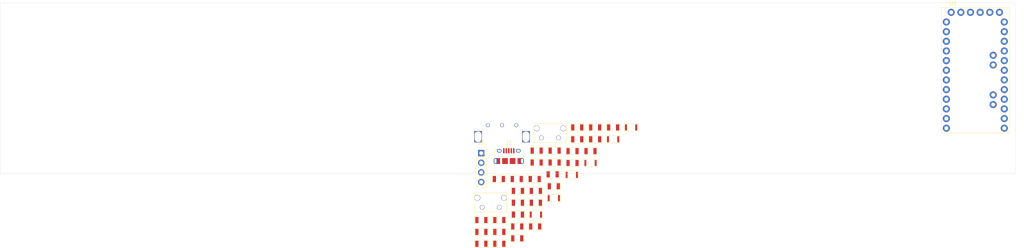
<source format=kicad_pcb>
(kicad_pcb (version 20171130) (host pcbnew "(5.1.10)-1")

  (general
    (thickness 1.6)
    (drawings 4)
    (tracks 0)
    (zones 0)
    (modules 43)
    (nets 44)
  )

  (page A4)
  (layers
    (0 F.Cu signal)
    (31 B.Cu signal)
    (32 B.Adhes user)
    (33 F.Adhes user)
    (34 B.Paste user)
    (35 F.Paste user)
    (36 B.SilkS user)
    (37 F.SilkS user)
    (38 B.Mask user)
    (39 F.Mask user)
    (40 Dwgs.User user)
    (41 Cmts.User user)
    (42 Eco1.User user)
    (43 Eco2.User user)
    (44 Edge.Cuts user)
    (45 Margin user)
    (46 B.CrtYd user)
    (47 F.CrtYd user)
    (48 B.Fab user)
    (49 F.Fab user)
  )

  (setup
    (last_trace_width 0.25)
    (trace_clearance 0.2)
    (zone_clearance 0.508)
    (zone_45_only no)
    (trace_min 0.2)
    (via_size 0.8)
    (via_drill 0.4)
    (via_min_size 0.4)
    (via_min_drill 0.3)
    (uvia_size 0.3)
    (uvia_drill 0.1)
    (uvias_allowed no)
    (uvia_min_size 0.2)
    (uvia_min_drill 0.1)
    (edge_width 0.05)
    (segment_width 0.2)
    (pcb_text_width 0.3)
    (pcb_text_size 1.5 1.5)
    (mod_edge_width 0.12)
    (mod_text_size 1 1)
    (mod_text_width 0.15)
    (pad_size 1.524 1.524)
    (pad_drill 0.762)
    (pad_to_mask_clearance 0)
    (aux_axis_origin 0 0)
    (visible_elements FFFFFF7F)
    (pcbplotparams
      (layerselection 0x010fc_ffffffff)
      (usegerberextensions false)
      (usegerberattributes true)
      (usegerberadvancedattributes true)
      (creategerberjobfile true)
      (excludeedgelayer true)
      (linewidth 0.100000)
      (plotframeref false)
      (viasonmask false)
      (mode 1)
      (useauxorigin false)
      (hpglpennumber 1)
      (hpglpenspeed 20)
      (hpglpendiameter 15.000000)
      (psnegative false)
      (psa4output false)
      (plotreference true)
      (plotvalue true)
      (plotinvisibletext false)
      (padsonsilk false)
      (subtractmaskfromsilk false)
      (outputformat 1)
      (mirror false)
      (drillshape 1)
      (scaleselection 1)
      (outputdirectory ""))
  )

  (net 0 "")
  (net 1 "Net-(D1-Pad2)")
  (net 2 "Net-(D1-Pad1)")
  (net 3 "Net-(D13-Pad1)")
  (net 4 "Net-(D15-Pad1)")
  (net 5 "Net-(D10-Pad2)")
  (net 6 "Net-(D11-Pad1)")
  (net 7 GND)
  (net 8 +5V)
  (net 9 "Net-(J1-Pad3)")
  (net 10 "Net-(J1-Pad4)")
  (net 11 "Net-(J2-Pad2)")
  (net 12 "Net-(J2-Pad3)")
  (net 13 "Net-(J2-Pad4)")
  (net 14 "Net-(J2-Pad6)")
  (net 15 "Net-(R1-Pad1)")
  (net 16 "Net-(R2-Pad1)")
  (net 17 "Net-(R3-Pad1)")
  (net 18 "Net-(R4-Pad1)")
  (net 19 "Net-(R5-Pad1)")
  (net 20 "Net-(R6-Pad1)")
  (net 21 "Net-(RV1-Pad2)")
  (net 22 "Net-(SW1-Pad1)")
  (net 23 "Net-(SW2-Pad1)")
  (net 24 "Net-(U1-PadJP7_12)")
  (net 25 "Net-(U1-PadJP7_11)")
  (net 26 "Net-(U1-PadJP7_10)")
  (net 27 "Net-(U1-PadJP7_9)")
  (net 28 "Net-(U1-PadJP7_8)")
  (net 29 "Net-(U1-PadJP7_6)")
  (net 30 "Net-(U1-PadJP7_3)")
  (net 31 "Net-(U1-PadJP7_2)")
  (net 32 "Net-(U1-PadJP6_7)")
  (net 33 "Net-(U1-PadJP6_6)")
  (net 34 "Net-(U1-PadJP6_5)")
  (net 35 "Net-(U1-PadJP6_4)")
  (net 36 "Net-(U1-PadJP6_3)")
  (net 37 "Net-(U1-PadJP6_2)")
  (net 38 "Net-(U1-PadJP6_1)")
  (net 39 "Net-(U1-PadJP3_1)")
  (net 40 "Net-(U1-PadJP3_2)")
  (net 41 "Net-(U1-PadJP1_3)")
  (net 42 "Net-(U1-PadJP1_2)")
  (net 43 "Net-(U1-PadJP1_1)")

  (net_class Default "This is the default net class."
    (clearance 0.2)
    (trace_width 0.25)
    (via_dia 0.8)
    (via_drill 0.4)
    (uvia_dia 0.3)
    (uvia_drill 0.1)
    (add_net +5V)
    (add_net GND)
    (add_net "Net-(D1-Pad1)")
    (add_net "Net-(D1-Pad2)")
    (add_net "Net-(D10-Pad2)")
    (add_net "Net-(D11-Pad1)")
    (add_net "Net-(D13-Pad1)")
    (add_net "Net-(D15-Pad1)")
    (add_net "Net-(J1-Pad3)")
    (add_net "Net-(J1-Pad4)")
    (add_net "Net-(J2-Pad2)")
    (add_net "Net-(J2-Pad3)")
    (add_net "Net-(J2-Pad4)")
    (add_net "Net-(J2-Pad6)")
    (add_net "Net-(R1-Pad1)")
    (add_net "Net-(R2-Pad1)")
    (add_net "Net-(R3-Pad1)")
    (add_net "Net-(R4-Pad1)")
    (add_net "Net-(R5-Pad1)")
    (add_net "Net-(R6-Pad1)")
    (add_net "Net-(RV1-Pad2)")
    (add_net "Net-(SW1-Pad1)")
    (add_net "Net-(SW2-Pad1)")
    (add_net "Net-(U1-PadJP1_1)")
    (add_net "Net-(U1-PadJP1_2)")
    (add_net "Net-(U1-PadJP1_3)")
    (add_net "Net-(U1-PadJP3_1)")
    (add_net "Net-(U1-PadJP3_2)")
    (add_net "Net-(U1-PadJP6_1)")
    (add_net "Net-(U1-PadJP6_2)")
    (add_net "Net-(U1-PadJP6_3)")
    (add_net "Net-(U1-PadJP6_4)")
    (add_net "Net-(U1-PadJP6_5)")
    (add_net "Net-(U1-PadJP6_6)")
    (add_net "Net-(U1-PadJP6_7)")
    (add_net "Net-(U1-PadJP7_10)")
    (add_net "Net-(U1-PadJP7_11)")
    (add_net "Net-(U1-PadJP7_12)")
    (add_net "Net-(U1-PadJP7_2)")
    (add_net "Net-(U1-PadJP7_3)")
    (add_net "Net-(U1-PadJP7_6)")
    (add_net "Net-(U1-PadJP7_8)")
    (add_net "Net-(U1-PadJP7_9)")
  )

  (module 3216LED:3216LED (layer F.Cu) (tedit 60F52029) (tstamp 60F5AE9B)
    (at 145.870001 38.930001)
    (path /60F2B069)
    (fp_text reference D1 (at 0 1.8) (layer F.SilkS) hide
      (effects (font (size 1 1) (thickness 0.1)))
    )
    (fp_text value LED (at 0 -1.8) (layer F.Fab)
      (effects (font (size 1 1) (thickness 0.1)))
    )
    (fp_line (start 1.8 1) (end -1.8 1) (layer F.SilkS) (width 0.12))
    (fp_line (start -1.8 1) (end -1.8 -1) (layer F.SilkS) (width 0.12))
    (fp_line (start -1.8 -1) (end 1.8 -1) (layer F.SilkS) (width 0.12))
    (fp_line (start 1.8 1) (end 1.8 -1) (layer F.SilkS) (width 0.12))
    (pad 2 smd rect (at 1.175 0) (size 0.85 1.6) (layers F.Cu F.Paste F.Mask)
      (net 1 "Net-(D1-Pad2)"))
    (pad 1 smd rect (at -1.175 0) (size 0.85 1.6) (layers F.Cu F.Paste F.Mask)
      (net 2 "Net-(D1-Pad1)"))
  )

  (module 3216LED:3216LED (layer F.Cu) (tedit 60F52029) (tstamp 60F5AEA5)
    (at 140.760001 58.870001)
    (path /60F2F19A)
    (fp_text reference D2 (at 0 1.8) (layer F.SilkS) hide
      (effects (font (size 1 1) (thickness 0.1)))
    )
    (fp_text value LED (at 0 -1.8) (layer F.Fab)
      (effects (font (size 1 1) (thickness 0.1)))
    )
    (fp_line (start 1.8 1) (end -1.8 1) (layer F.SilkS) (width 0.12))
    (fp_line (start -1.8 1) (end -1.8 -1) (layer F.SilkS) (width 0.12))
    (fp_line (start -1.8 -1) (end 1.8 -1) (layer F.SilkS) (width 0.12))
    (fp_line (start 1.8 1) (end 1.8 -1) (layer F.SilkS) (width 0.12))
    (pad 2 smd rect (at 1.175 0) (size 0.85 1.6) (layers F.Cu F.Paste F.Mask)
      (net 2 "Net-(D1-Pad1)"))
    (pad 1 smd rect (at -1.175 0) (size 0.85 1.6) (layers F.Cu F.Paste F.Mask)
      (net 1 "Net-(D1-Pad2)"))
  )

  (module 3216LED:3216LED (layer F.Cu) (tedit 60F52029) (tstamp 60F5AEAF)
    (at 131.320001 63.420001)
    (path /60F33F16)
    (fp_text reference D3 (at 0 1.8) (layer F.SilkS) hide
      (effects (font (size 1 1) (thickness 0.1)))
    )
    (fp_text value LED (at 0 -1.8) (layer F.Fab)
      (effects (font (size 1 1) (thickness 0.1)))
    )
    (fp_line (start 1.8 1) (end 1.8 -1) (layer F.SilkS) (width 0.12))
    (fp_line (start -1.8 -1) (end 1.8 -1) (layer F.SilkS) (width 0.12))
    (fp_line (start -1.8 1) (end -1.8 -1) (layer F.SilkS) (width 0.12))
    (fp_line (start 1.8 1) (end -1.8 1) (layer F.SilkS) (width 0.12))
    (pad 1 smd rect (at -1.175 0) (size 0.85 1.6) (layers F.Cu F.Paste F.Mask)
      (net 3 "Net-(D13-Pad1)"))
    (pad 2 smd rect (at 1.175 0) (size 0.85 1.6) (layers F.Cu F.Paste F.Mask)
      (net 1 "Net-(D1-Pad2)"))
  )

  (module 3216LED:3216LED (layer F.Cu) (tedit 60F52029) (tstamp 60F5AEB9)
    (at 131.200001 46.390001)
    (path /60F33F1C)
    (fp_text reference D4 (at 0 1.8) (layer F.SilkS) hide
      (effects (font (size 1 1) (thickness 0.1)))
    )
    (fp_text value LED (at 0 -1.8) (layer F.Fab)
      (effects (font (size 1 1) (thickness 0.1)))
    )
    (fp_line (start 1.8 1) (end -1.8 1) (layer F.SilkS) (width 0.12))
    (fp_line (start -1.8 1) (end -1.8 -1) (layer F.SilkS) (width 0.12))
    (fp_line (start -1.8 -1) (end 1.8 -1) (layer F.SilkS) (width 0.12))
    (fp_line (start 1.8 1) (end 1.8 -1) (layer F.SilkS) (width 0.12))
    (pad 2 smd rect (at 1.175 0) (size 0.85 1.6) (layers F.Cu F.Paste F.Mask)
      (net 3 "Net-(D13-Pad1)"))
    (pad 1 smd rect (at -1.175 0) (size 0.85 1.6) (layers F.Cu F.Paste F.Mask)
      (net 1 "Net-(D1-Pad2)"))
  )

  (module 3216LED:3216LED (layer F.Cu) (tedit 60F52029) (tstamp 60F5AEC3)
    (at 151.820001 32.810001)
    (path /60F3720A)
    (fp_text reference D5 (at 0 1.8) (layer F.SilkS) hide
      (effects (font (size 1 1) (thickness 0.1)))
    )
    (fp_text value LED (at 0 -1.8) (layer F.Fab)
      (effects (font (size 1 1) (thickness 0.1)))
    )
    (fp_line (start 1.8 1) (end 1.8 -1) (layer F.SilkS) (width 0.12))
    (fp_line (start -1.8 -1) (end 1.8 -1) (layer F.SilkS) (width 0.12))
    (fp_line (start -1.8 1) (end -1.8 -1) (layer F.SilkS) (width 0.12))
    (fp_line (start 1.8 1) (end -1.8 1) (layer F.SilkS) (width 0.12))
    (pad 1 smd rect (at -1.175 0) (size 0.85 1.6) (layers F.Cu F.Paste F.Mask)
      (net 3 "Net-(D13-Pad1)"))
    (pad 2 smd rect (at 1.175 0) (size 0.85 1.6) (layers F.Cu F.Paste F.Mask)
      (net 1 "Net-(D1-Pad2)"))
  )

  (module 3216LED:3216LED (layer F.Cu) (tedit 60F52029) (tstamp 60F5AECD)
    (at 141.150001 42.050001)
    (path /60F37210)
    (fp_text reference D6 (at 0 1.8) (layer F.SilkS) hide
      (effects (font (size 1 1) (thickness 0.1)))
    )
    (fp_text value LED (at 0 -1.8) (layer F.Fab)
      (effects (font (size 1 1) (thickness 0.1)))
    )
    (fp_line (start 1.8 1) (end -1.8 1) (layer F.SilkS) (width 0.12))
    (fp_line (start -1.8 1) (end -1.8 -1) (layer F.SilkS) (width 0.12))
    (fp_line (start -1.8 -1) (end 1.8 -1) (layer F.SilkS) (width 0.12))
    (fp_line (start 1.8 1) (end 1.8 -1) (layer F.SilkS) (width 0.12))
    (pad 2 smd rect (at 1.175 0) (size 0.85 1.6) (layers F.Cu F.Paste F.Mask)
      (net 3 "Net-(D13-Pad1)"))
    (pad 1 smd rect (at -1.175 0) (size 0.85 1.6) (layers F.Cu F.Paste F.Mask)
      (net 1 "Net-(D1-Pad2)"))
  )

  (module 3216LED:3216LED (layer F.Cu) (tedit 60F52029) (tstamp 60F5AED7)
    (at 135.920001 46.390001)
    (path /60F37216)
    (fp_text reference D7 (at 0 1.8) (layer F.SilkS) hide
      (effects (font (size 1 1) (thickness 0.1)))
    )
    (fp_text value LED (at 0 -1.8) (layer F.Fab)
      (effects (font (size 1 1) (thickness 0.1)))
    )
    (fp_line (start 1.8 1) (end 1.8 -1) (layer F.SilkS) (width 0.12))
    (fp_line (start -1.8 -1) (end 1.8 -1) (layer F.SilkS) (width 0.12))
    (fp_line (start -1.8 1) (end -1.8 -1) (layer F.SilkS) (width 0.12))
    (fp_line (start 1.8 1) (end -1.8 1) (layer F.SilkS) (width 0.12))
    (pad 1 smd rect (at -1.175 0) (size 0.85 1.6) (layers F.Cu F.Paste F.Mask)
      (net 4 "Net-(D15-Pad1)"))
    (pad 2 smd rect (at 1.175 0) (size 0.85 1.6) (layers F.Cu F.Paste F.Mask)
      (net 1 "Net-(D1-Pad2)"))
  )

  (module 3216LED:3216LED (layer F.Cu) (tedit 60F52029) (tstamp 60F5AEE1)
    (at 126.600001 57.180001)
    (path /60F3721C)
    (fp_text reference D8 (at 0 1.8) (layer F.SilkS) hide
      (effects (font (size 1 1) (thickness 0.1)))
    )
    (fp_text value LED (at 0 -1.8) (layer F.Fab)
      (effects (font (size 1 1) (thickness 0.1)))
    )
    (fp_line (start 1.8 1) (end -1.8 1) (layer F.SilkS) (width 0.12))
    (fp_line (start -1.8 1) (end -1.8 -1) (layer F.SilkS) (width 0.12))
    (fp_line (start -1.8 -1) (end 1.8 -1) (layer F.SilkS) (width 0.12))
    (fp_line (start 1.8 1) (end 1.8 -1) (layer F.SilkS) (width 0.12))
    (pad 2 smd rect (at 1.175 0) (size 0.85 1.6) (layers F.Cu F.Paste F.Mask)
      (net 4 "Net-(D15-Pad1)"))
    (pad 1 smd rect (at -1.175 0) (size 0.85 1.6) (layers F.Cu F.Paste F.Mask)
      (net 1 "Net-(D1-Pad2)"))
  )

  (module 3216LED:3216LED (layer F.Cu) (tedit 60F52029) (tstamp 60F5AEEB)
    (at 136.220001 49.510001)
    (path /60F41EFC)
    (fp_text reference D9 (at 0 1.8) (layer F.SilkS) hide
      (effects (font (size 1 1) (thickness 0.1)))
    )
    (fp_text value LED (at 0 -1.8) (layer F.Fab)
      (effects (font (size 1 1) (thickness 0.1)))
    )
    (fp_line (start 1.8 1) (end 1.8 -1) (layer F.SilkS) (width 0.12))
    (fp_line (start -1.8 -1) (end 1.8 -1) (layer F.SilkS) (width 0.12))
    (fp_line (start -1.8 1) (end -1.8 -1) (layer F.SilkS) (width 0.12))
    (fp_line (start 1.8 1) (end -1.8 1) (layer F.SilkS) (width 0.12))
    (pad 1 smd rect (at -1.175 0) (size 0.85 1.6) (layers F.Cu F.Paste F.Mask)
      (net 5 "Net-(D10-Pad2)"))
    (pad 2 smd rect (at 1.175 0) (size 0.85 1.6) (layers F.Cu F.Paste F.Mask)
      (net 1 "Net-(D1-Pad2)"))
  )

  (module 3216LED:3216LED (layer F.Cu) (tedit 60F52029) (tstamp 60F5AEF5)
    (at 126.600001 60.300001)
    (path /60F41F02)
    (fp_text reference D10 (at 0 1.8) (layer F.SilkS) hide
      (effects (font (size 1 1) (thickness 0.1)))
    )
    (fp_text value LED (at 0 -1.8) (layer F.Fab)
      (effects (font (size 1 1) (thickness 0.1)))
    )
    (fp_line (start 1.8 1) (end -1.8 1) (layer F.SilkS) (width 0.12))
    (fp_line (start -1.8 1) (end -1.8 -1) (layer F.SilkS) (width 0.12))
    (fp_line (start -1.8 -1) (end 1.8 -1) (layer F.SilkS) (width 0.12))
    (fp_line (start 1.8 1) (end 1.8 -1) (layer F.SilkS) (width 0.12))
    (pad 2 smd rect (at 1.175 0) (size 0.85 1.6) (layers F.Cu F.Paste F.Mask)
      (net 5 "Net-(D10-Pad2)"))
    (pad 1 smd rect (at -1.175 0) (size 0.85 1.6) (layers F.Cu F.Paste F.Mask)
      (net 1 "Net-(D1-Pad2)"))
  )

  (module 3216LED:3216LED (layer F.Cu) (tedit 60F52029) (tstamp 60F5AEFF)
    (at 140.640001 46.390001)
    (path /60F41F08)
    (fp_text reference D11 (at 0 1.8) (layer F.SilkS) hide
      (effects (font (size 1 1) (thickness 0.1)))
    )
    (fp_text value LED (at 0 -1.8) (layer F.Fab)
      (effects (font (size 1 1) (thickness 0.1)))
    )
    (fp_line (start 1.8 1) (end 1.8 -1) (layer F.SilkS) (width 0.12))
    (fp_line (start -1.8 -1) (end 1.8 -1) (layer F.SilkS) (width 0.12))
    (fp_line (start -1.8 1) (end -1.8 -1) (layer F.SilkS) (width 0.12))
    (fp_line (start 1.8 1) (end -1.8 1) (layer F.SilkS) (width 0.12))
    (pad 1 smd rect (at -1.175 0) (size 0.85 1.6) (layers F.Cu F.Paste F.Mask)
      (net 6 "Net-(D11-Pad1)"))
    (pad 2 smd rect (at 1.175 0) (size 0.85 1.6) (layers F.Cu F.Paste F.Mask)
      (net 2 "Net-(D1-Pad1)"))
  )

  (module 3216LED:3216LED (layer F.Cu) (tedit 60F52029) (tstamp 60F5AF09)
    (at 136.040001 61.990001)
    (path /60F41F0E)
    (fp_text reference D12 (at 0 1.8) (layer F.SilkS) hide
      (effects (font (size 1 1) (thickness 0.1)))
    )
    (fp_text value LED (at 0 -1.8) (layer F.Fab)
      (effects (font (size 1 1) (thickness 0.1)))
    )
    (fp_line (start 1.8 1) (end 1.8 -1) (layer F.SilkS) (width 0.12))
    (fp_line (start -1.8 -1) (end 1.8 -1) (layer F.SilkS) (width 0.12))
    (fp_line (start -1.8 1) (end -1.8 -1) (layer F.SilkS) (width 0.12))
    (fp_line (start 1.8 1) (end -1.8 1) (layer F.SilkS) (width 0.12))
    (pad 1 smd rect (at -1.175 0) (size 0.85 1.6) (layers F.Cu F.Paste F.Mask)
      (net 2 "Net-(D1-Pad1)"))
    (pad 2 smd rect (at 1.175 0) (size 0.85 1.6) (layers F.Cu F.Paste F.Mask)
      (net 6 "Net-(D11-Pad1)"))
  )

  (module 3216LED:3216LED (layer F.Cu) (tedit 60F52029) (tstamp 60F5AF13)
    (at 151.820001 35.930001)
    (path /60F41F14)
    (fp_text reference D13 (at 0 1.8) (layer F.SilkS) hide
      (effects (font (size 1 1) (thickness 0.1)))
    )
    (fp_text value LED (at 0 -1.8) (layer F.Fab)
      (effects (font (size 1 1) (thickness 0.1)))
    )
    (fp_line (start 1.8 1) (end 1.8 -1) (layer F.SilkS) (width 0.12))
    (fp_line (start -1.8 -1) (end 1.8 -1) (layer F.SilkS) (width 0.12))
    (fp_line (start -1.8 1) (end -1.8 -1) (layer F.SilkS) (width 0.12))
    (fp_line (start 1.8 1) (end -1.8 1) (layer F.SilkS) (width 0.12))
    (pad 1 smd rect (at -1.175 0) (size 0.85 1.6) (layers F.Cu F.Paste F.Mask)
      (net 3 "Net-(D13-Pad1)"))
    (pad 2 smd rect (at 1.175 0) (size 0.85 1.6) (layers F.Cu F.Paste F.Mask)
      (net 2 "Net-(D1-Pad1)"))
  )

  (module 3216LED:3216LED (layer F.Cu) (tedit 60F52029) (tstamp 60F5AF1D)
    (at 156.540001 32.810001)
    (path /60F41F1A)
    (fp_text reference D14 (at 0 1.8) (layer F.SilkS) hide
      (effects (font (size 1 1) (thickness 0.1)))
    )
    (fp_text value LED (at 0 -1.8) (layer F.Fab)
      (effects (font (size 1 1) (thickness 0.1)))
    )
    (fp_line (start 1.8 1) (end -1.8 1) (layer F.SilkS) (width 0.12))
    (fp_line (start -1.8 1) (end -1.8 -1) (layer F.SilkS) (width 0.12))
    (fp_line (start -1.8 -1) (end 1.8 -1) (layer F.SilkS) (width 0.12))
    (fp_line (start 1.8 1) (end 1.8 -1) (layer F.SilkS) (width 0.12))
    (pad 2 smd rect (at 1.175 0) (size 0.85 1.6) (layers F.Cu F.Paste F.Mask)
      (net 3 "Net-(D13-Pad1)"))
    (pad 1 smd rect (at -1.175 0) (size 0.85 1.6) (layers F.Cu F.Paste F.Mask)
      (net 2 "Net-(D1-Pad1)"))
  )

  (module 3216LED:3216LED (layer F.Cu) (tedit 60F52029) (tstamp 60F5AF27)
    (at 145.870001 42.050001)
    (path /60F41F20)
    (fp_text reference D15 (at 0 1.8) (layer F.SilkS) hide
      (effects (font (size 1 1) (thickness 0.1)))
    )
    (fp_text value LED (at 0 -1.8) (layer F.Fab)
      (effects (font (size 1 1) (thickness 0.1)))
    )
    (fp_line (start 1.8 1) (end 1.8 -1) (layer F.SilkS) (width 0.12))
    (fp_line (start -1.8 -1) (end 1.8 -1) (layer F.SilkS) (width 0.12))
    (fp_line (start -1.8 1) (end -1.8 -1) (layer F.SilkS) (width 0.12))
    (fp_line (start 1.8 1) (end -1.8 1) (layer F.SilkS) (width 0.12))
    (pad 1 smd rect (at -1.175 0) (size 0.85 1.6) (layers F.Cu F.Paste F.Mask)
      (net 4 "Net-(D15-Pad1)"))
    (pad 2 smd rect (at 1.175 0) (size 0.85 1.6) (layers F.Cu F.Paste F.Mask)
      (net 2 "Net-(D1-Pad1)"))
  )

  (module 3216LED:3216LED (layer F.Cu) (tedit 60F52029) (tstamp 60F5AF31)
    (at 136.220001 52.630001)
    (path /60F41F26)
    (fp_text reference D16 (at 0 1.8) (layer F.SilkS) hide
      (effects (font (size 1 1) (thickness 0.1)))
    )
    (fp_text value LED (at 0 -1.8) (layer F.Fab)
      (effects (font (size 1 1) (thickness 0.1)))
    )
    (fp_line (start 1.8 1) (end -1.8 1) (layer F.SilkS) (width 0.12))
    (fp_line (start -1.8 1) (end -1.8 -1) (layer F.SilkS) (width 0.12))
    (fp_line (start -1.8 -1) (end 1.8 -1) (layer F.SilkS) (width 0.12))
    (fp_line (start 1.8 1) (end 1.8 -1) (layer F.SilkS) (width 0.12))
    (pad 2 smd rect (at 1.175 0) (size 0.85 1.6) (layers F.Cu F.Paste F.Mask)
      (net 4 "Net-(D15-Pad1)"))
    (pad 1 smd rect (at -1.175 0) (size 0.85 1.6) (layers F.Cu F.Paste F.Mask)
      (net 2 "Net-(D1-Pad1)"))
  )

  (module 3216LED:3216LED (layer F.Cu) (tedit 60F52029) (tstamp 60F5AF3B)
    (at 131.320001 57.180001)
    (path /60F54C16)
    (fp_text reference D17 (at 0 1.8) (layer F.SilkS) hide
      (effects (font (size 1 1) (thickness 0.1)))
    )
    (fp_text value LED (at 0 -1.8) (layer F.Fab)
      (effects (font (size 1 1) (thickness 0.1)))
    )
    (fp_line (start 1.8 1) (end 1.8 -1) (layer F.SilkS) (width 0.12))
    (fp_line (start -1.8 -1) (end 1.8 -1) (layer F.SilkS) (width 0.12))
    (fp_line (start -1.8 1) (end -1.8 -1) (layer F.SilkS) (width 0.12))
    (fp_line (start 1.8 1) (end -1.8 1) (layer F.SilkS) (width 0.12))
    (pad 1 smd rect (at -1.175 0) (size 0.85 1.6) (layers F.Cu F.Paste F.Mask)
      (net 5 "Net-(D10-Pad2)"))
    (pad 2 smd rect (at 1.175 0) (size 0.85 1.6) (layers F.Cu F.Paste F.Mask)
      (net 2 "Net-(D1-Pad1)"))
  )

  (module 3216LED:3216LED (layer F.Cu) (tedit 60F52029) (tstamp 60F5AF45)
    (at 140.940001 49.510001)
    (path /60F54C1C)
    (fp_text reference D18 (at 0 1.8) (layer F.SilkS) hide
      (effects (font (size 1 1) (thickness 0.1)))
    )
    (fp_text value LED (at 0 -1.8) (layer F.Fab)
      (effects (font (size 1 1) (thickness 0.1)))
    )
    (fp_line (start 1.8 1) (end -1.8 1) (layer F.SilkS) (width 0.12))
    (fp_line (start -1.8 1) (end -1.8 -1) (layer F.SilkS) (width 0.12))
    (fp_line (start -1.8 -1) (end 1.8 -1) (layer F.SilkS) (width 0.12))
    (fp_line (start 1.8 1) (end 1.8 -1) (layer F.SilkS) (width 0.12))
    (pad 2 smd rect (at 1.175 0) (size 0.85 1.6) (layers F.Cu F.Paste F.Mask)
      (net 5 "Net-(D10-Pad2)"))
    (pad 1 smd rect (at -1.175 0) (size 0.85 1.6) (layers F.Cu F.Paste F.Mask)
      (net 2 "Net-(D1-Pad1)"))
  )

  (module 3216LED:3216LED (layer F.Cu) (tedit 60F52029) (tstamp 60F5AF4F)
    (at 126.600001 63.420001)
    (path /60F54C22)
    (fp_text reference D19 (at 0 1.8) (layer F.SilkS) hide
      (effects (font (size 1 1) (thickness 0.1)))
    )
    (fp_text value LED (at 0 -1.8) (layer F.Fab)
      (effects (font (size 1 1) (thickness 0.1)))
    )
    (fp_line (start 1.8 1) (end 1.8 -1) (layer F.SilkS) (width 0.12))
    (fp_line (start -1.8 -1) (end 1.8 -1) (layer F.SilkS) (width 0.12))
    (fp_line (start -1.8 1) (end -1.8 -1) (layer F.SilkS) (width 0.12))
    (fp_line (start 1.8 1) (end -1.8 1) (layer F.SilkS) (width 0.12))
    (pad 1 smd rect (at -1.175 0) (size 0.85 1.6) (layers F.Cu F.Paste F.Mask)
      (net 3 "Net-(D13-Pad1)"))
    (pad 2 smd rect (at 1.175 0) (size 0.85 1.6) (layers F.Cu F.Paste F.Mask)
      (net 3 "Net-(D13-Pad1)"))
  )

  (module 3216LED:3216LED (layer F.Cu) (tedit 60F52029) (tstamp 60F5AF59)
    (at 131.320001 60.300001)
    (path /60F54C28)
    (fp_text reference D20 (at 0 1.8) (layer F.SilkS) hide
      (effects (font (size 1 1) (thickness 0.1)))
    )
    (fp_text value LED (at 0 -1.8) (layer F.Fab)
      (effects (font (size 1 1) (thickness 0.1)))
    )
    (fp_line (start 1.8 1) (end -1.8 1) (layer F.SilkS) (width 0.12))
    (fp_line (start -1.8 1) (end -1.8 -1) (layer F.SilkS) (width 0.12))
    (fp_line (start -1.8 -1) (end 1.8 -1) (layer F.SilkS) (width 0.12))
    (fp_line (start 1.8 1) (end 1.8 -1) (layer F.SilkS) (width 0.12))
    (pad 2 smd rect (at 1.175 0) (size 0.85 1.6) (layers F.Cu F.Paste F.Mask)
      (net 3 "Net-(D13-Pad1)"))
    (pad 1 smd rect (at -1.175 0) (size 0.85 1.6) (layers F.Cu F.Paste F.Mask)
      (net 3 "Net-(D13-Pad1)"))
  )

  (module 3216LED:3216LED (layer F.Cu) (tedit 60F52029) (tstamp 60F5AF63)
    (at 141.150001 38.930001)
    (path /60F54C2E)
    (fp_text reference D21 (at 0 1.8) (layer F.SilkS) hide
      (effects (font (size 1 1) (thickness 0.1)))
    )
    (fp_text value LED (at 0 -1.8) (layer F.Fab)
      (effects (font (size 1 1) (thickness 0.1)))
    )
    (fp_line (start 1.8 1) (end 1.8 -1) (layer F.SilkS) (width 0.12))
    (fp_line (start -1.8 -1) (end 1.8 -1) (layer F.SilkS) (width 0.12))
    (fp_line (start -1.8 1) (end -1.8 -1) (layer F.SilkS) (width 0.12))
    (fp_line (start 1.8 1) (end -1.8 1) (layer F.SilkS) (width 0.12))
    (pad 1 smd rect (at -1.175 0) (size 0.85 1.6) (layers F.Cu F.Paste F.Mask)
      (net 4 "Net-(D15-Pad1)"))
    (pad 2 smd rect (at 1.175 0) (size 0.85 1.6) (layers F.Cu F.Paste F.Mask)
      (net 3 "Net-(D13-Pad1)"))
  )

  (module 3216LED:3216LED (layer F.Cu) (tedit 60F52029) (tstamp 60F5AF6D)
    (at 145.360001 45.170001)
    (path /60F54C34)
    (fp_text reference D22 (at 0 1.8) (layer F.SilkS) hide
      (effects (font (size 1 1) (thickness 0.1)))
    )
    (fp_text value LED (at 0 -1.8) (layer F.Fab)
      (effects (font (size 1 1) (thickness 0.1)))
    )
    (fp_line (start 1.8 1) (end 1.8 -1) (layer F.SilkS) (width 0.12))
    (fp_line (start -1.8 -1) (end 1.8 -1) (layer F.SilkS) (width 0.12))
    (fp_line (start -1.8 1) (end -1.8 -1) (layer F.SilkS) (width 0.12))
    (fp_line (start 1.8 1) (end -1.8 1) (layer F.SilkS) (width 0.12))
    (pad 1 smd rect (at -1.175 0) (size 0.85 1.6) (layers F.Cu F.Paste F.Mask)
      (net 3 "Net-(D13-Pad1)"))
    (pad 2 smd rect (at 1.175 0) (size 0.85 1.6) (layers F.Cu F.Paste F.Mask)
      (net 4 "Net-(D15-Pad1)"))
  )

  (module 3216LED:3216LED (layer F.Cu) (tedit 60F52029) (tstamp 60F5AF77)
    (at 150.590001 39.050001)
    (path /60F54C3A)
    (fp_text reference D23 (at 0 1.8) (layer F.SilkS) hide
      (effects (font (size 1 1) (thickness 0.1)))
    )
    (fp_text value LED (at 0 -1.8) (layer F.Fab)
      (effects (font (size 1 1) (thickness 0.1)))
    )
    (fp_line (start 1.8 1) (end -1.8 1) (layer F.SilkS) (width 0.12))
    (fp_line (start -1.8 1) (end -1.8 -1) (layer F.SilkS) (width 0.12))
    (fp_line (start -1.8 -1) (end 1.8 -1) (layer F.SilkS) (width 0.12))
    (fp_line (start 1.8 1) (end 1.8 -1) (layer F.SilkS) (width 0.12))
    (pad 2 smd rect (at 1.175 0) (size 0.85 1.6) (layers F.Cu F.Paste F.Mask)
      (net 3 "Net-(D13-Pad1)"))
    (pad 1 smd rect (at -1.175 0) (size 0.85 1.6) (layers F.Cu F.Paste F.Mask)
      (net 5 "Net-(D10-Pad2)"))
  )

  (module 3216LED:3216LED (layer F.Cu) (tedit 60F52029) (tstamp 60F5AF81)
    (at 156.540001 35.930001)
    (path /60F54C40)
    (fp_text reference D24 (at 0 1.8) (layer F.SilkS) hide
      (effects (font (size 1 1) (thickness 0.1)))
    )
    (fp_text value LED (at 0 -1.8) (layer F.Fab)
      (effects (font (size 1 1) (thickness 0.1)))
    )
    (fp_line (start 1.8 1) (end 1.8 -1) (layer F.SilkS) (width 0.12))
    (fp_line (start -1.8 -1) (end 1.8 -1) (layer F.SilkS) (width 0.12))
    (fp_line (start -1.8 1) (end -1.8 -1) (layer F.SilkS) (width 0.12))
    (fp_line (start 1.8 1) (end -1.8 1) (layer F.SilkS) (width 0.12))
    (pad 1 smd rect (at -1.175 0) (size 0.85 1.6) (layers F.Cu F.Paste F.Mask)
      (net 3 "Net-(D13-Pad1)"))
    (pad 2 smd rect (at 1.175 0) (size 0.85 1.6) (layers F.Cu F.Paste F.Mask)
      (net 5 "Net-(D10-Pad2)"))
  )

  (module 3216LED:3216LED (layer F.Cu) (tedit 60F52029) (tstamp 60F5AF8B)
    (at 136.220001 55.750001)
    (path /60F54C46)
    (fp_text reference D25 (at 0 1.8) (layer F.SilkS) hide
      (effects (font (size 1 1) (thickness 0.1)))
    )
    (fp_text value LED (at 0 -1.8) (layer F.Fab)
      (effects (font (size 1 1) (thickness 0.1)))
    )
    (fp_line (start 1.8 1) (end -1.8 1) (layer F.SilkS) (width 0.12))
    (fp_line (start -1.8 1) (end -1.8 -1) (layer F.SilkS) (width 0.12))
    (fp_line (start -1.8 -1) (end 1.8 -1) (layer F.SilkS) (width 0.12))
    (fp_line (start 1.8 1) (end 1.8 -1) (layer F.SilkS) (width 0.12))
    (pad 2 smd rect (at 1.175 0) (size 0.85 1.6) (layers F.Cu F.Paste F.Mask)
      (net 4 "Net-(D15-Pad1)"))
    (pad 1 smd rect (at -1.175 0) (size 0.85 1.6) (layers F.Cu F.Paste F.Mask)
      (net 3 "Net-(D13-Pad1)"))
  )

  (module 3216LED:3216LED (layer F.Cu) (tedit 60F52029) (tstamp 60F5AF95)
    (at 161.260001 32.810001)
    (path /60F54C4C)
    (fp_text reference D26 (at 0 1.8) (layer F.SilkS) hide
      (effects (font (size 1 1) (thickness 0.1)))
    )
    (fp_text value LED (at 0 -1.8) (layer F.Fab)
      (effects (font (size 1 1) (thickness 0.1)))
    )
    (fp_line (start 1.8 1) (end 1.8 -1) (layer F.SilkS) (width 0.12))
    (fp_line (start -1.8 -1) (end 1.8 -1) (layer F.SilkS) (width 0.12))
    (fp_line (start -1.8 1) (end -1.8 -1) (layer F.SilkS) (width 0.12))
    (fp_line (start 1.8 1) (end -1.8 1) (layer F.SilkS) (width 0.12))
    (pad 1 smd rect (at -1.175 0) (size 0.85 1.6) (layers F.Cu F.Paste F.Mask)
      (net 4 "Net-(D15-Pad1)"))
    (pad 2 smd rect (at 1.175 0) (size 0.85 1.6) (layers F.Cu F.Paste F.Mask)
      (net 3 "Net-(D13-Pad1)"))
  )

  (module 3216LED:3216LED (layer F.Cu) (tedit 60F52029) (tstamp 60F5AF9F)
    (at 150.590001 42.170001)
    (path /60F54C52)
    (fp_text reference D27 (at 0 1.8) (layer F.SilkS) hide
      (effects (font (size 1 1) (thickness 0.1)))
    )
    (fp_text value LED (at 0 -1.8) (layer F.Fab)
      (effects (font (size 1 1) (thickness 0.1)))
    )
    (fp_line (start 1.8 1) (end -1.8 1) (layer F.SilkS) (width 0.12))
    (fp_line (start -1.8 1) (end -1.8 -1) (layer F.SilkS) (width 0.12))
    (fp_line (start -1.8 -1) (end 1.8 -1) (layer F.SilkS) (width 0.12))
    (fp_line (start 1.8 1) (end 1.8 -1) (layer F.SilkS) (width 0.12))
    (pad 2 smd rect (at 1.175 0) (size 0.85 1.6) (layers F.Cu F.Paste F.Mask)
      (net 5 "Net-(D10-Pad2)"))
    (pad 1 smd rect (at -1.175 0) (size 0.85 1.6) (layers F.Cu F.Paste F.Mask)
      (net 3 "Net-(D13-Pad1)"))
  )

  (module 3216LED:3216LED (layer F.Cu) (tedit 60F52029) (tstamp 60F5AFA9)
    (at 140.940001 52.630001)
    (path /60F54C58)
    (fp_text reference D28 (at 0 1.8) (layer F.SilkS) hide
      (effects (font (size 1 1) (thickness 0.1)))
    )
    (fp_text value LED (at 0 -1.8) (layer F.Fab)
      (effects (font (size 1 1) (thickness 0.1)))
    )
    (fp_line (start 1.8 1) (end 1.8 -1) (layer F.SilkS) (width 0.12))
    (fp_line (start -1.8 -1) (end 1.8 -1) (layer F.SilkS) (width 0.12))
    (fp_line (start -1.8 1) (end -1.8 -1) (layer F.SilkS) (width 0.12))
    (fp_line (start 1.8 1) (end -1.8 1) (layer F.SilkS) (width 0.12))
    (pad 1 smd rect (at -1.175 0) (size 0.85 1.6) (layers F.Cu F.Paste F.Mask)
      (net 5 "Net-(D10-Pad2)"))
    (pad 2 smd rect (at 1.175 0) (size 0.85 1.6) (layers F.Cu F.Paste F.Mask)
      (net 3 "Net-(D13-Pad1)"))
  )

  (module 3216LED:3216LED (layer F.Cu) (tedit 60F52029) (tstamp 60F5AFB3)
    (at 145.660001 48.290001)
    (path /60F54C5E)
    (fp_text reference D29 (at 0 1.8) (layer F.SilkS) hide
      (effects (font (size 1 1) (thickness 0.1)))
    )
    (fp_text value LED (at 0 -1.8) (layer F.Fab)
      (effects (font (size 1 1) (thickness 0.1)))
    )
    (fp_line (start 1.8 1) (end -1.8 1) (layer F.SilkS) (width 0.12))
    (fp_line (start -1.8 1) (end -1.8 -1) (layer F.SilkS) (width 0.12))
    (fp_line (start -1.8 -1) (end 1.8 -1) (layer F.SilkS) (width 0.12))
    (fp_line (start 1.8 1) (end 1.8 -1) (layer F.SilkS) (width 0.12))
    (pad 2 smd rect (at 1.175 0) (size 0.85 1.6) (layers F.Cu F.Paste F.Mask)
      (net 5 "Net-(D10-Pad2)"))
    (pad 1 smd rect (at -1.175 0) (size 0.85 1.6) (layers F.Cu F.Paste F.Mask)
      (net 4 "Net-(D15-Pad1)"))
  )

  (module 3216LED:3216LED (layer F.Cu) (tedit 60F52029) (tstamp 60F5AFBD)
    (at 136.040001 58.870001)
    (path /60F54C64)
    (fp_text reference D30 (at 0 1.8) (layer F.SilkS) hide
      (effects (font (size 1 1) (thickness 0.1)))
    )
    (fp_text value LED (at 0 -1.8) (layer F.Fab)
      (effects (font (size 1 1) (thickness 0.1)))
    )
    (fp_line (start 1.8 1) (end 1.8 -1) (layer F.SilkS) (width 0.12))
    (fp_line (start -1.8 -1) (end 1.8 -1) (layer F.SilkS) (width 0.12))
    (fp_line (start -1.8 1) (end -1.8 -1) (layer F.SilkS) (width 0.12))
    (fp_line (start 1.8 1) (end -1.8 1) (layer F.SilkS) (width 0.12))
    (pad 1 smd rect (at -1.175 0) (size 0.85 1.6) (layers F.Cu F.Paste F.Mask)
      (net 5 "Net-(D10-Pad2)"))
    (pad 2 smd rect (at 1.175 0) (size 0.85 1.6) (layers F.Cu F.Paste F.Mask)
      (net 4 "Net-(D15-Pad1)"))
  )

  (module 3216LED:3216LED (layer F.Cu) (tedit 60F52029) (tstamp 60F5AFC7)
    (at 155.310001 39.050001)
    (path /60F54C6A)
    (fp_text reference D31 (at 0 1.8) (layer F.SilkS) hide
      (effects (font (size 1 1) (thickness 0.1)))
    )
    (fp_text value LED (at 0 -1.8) (layer F.Fab)
      (effects (font (size 1 1) (thickness 0.1)))
    )
    (fp_line (start 1.8 1) (end -1.8 1) (layer F.SilkS) (width 0.12))
    (fp_line (start -1.8 1) (end -1.8 -1) (layer F.SilkS) (width 0.12))
    (fp_line (start -1.8 -1) (end 1.8 -1) (layer F.SilkS) (width 0.12))
    (fp_line (start 1.8 1) (end 1.8 -1) (layer F.SilkS) (width 0.12))
    (pad 2 smd rect (at 1.175 0) (size 0.85 1.6) (layers F.Cu F.Paste F.Mask)
      (net 3 "Net-(D13-Pad1)"))
    (pad 1 smd rect (at -1.175 0) (size 0.85 1.6) (layers F.Cu F.Paste F.Mask)
      (net 7 GND))
  )

  (module Connector_PinSocket_2.54mm:PinSocket_1x04_P2.54mm_Vertical (layer F.Cu) (tedit 5A19A429) (tstamp 60F5AFDF)
    (at 126.565001 39.575001)
    (descr "Through hole straight socket strip, 1x04, 2.54mm pitch, single row (from Kicad 4.0.7), script generated")
    (tags "Through hole socket strip THT 1x04 2.54mm single row")
    (path /60F6E694)
    (fp_text reference J1 (at 0 -2.77) (layer F.SilkS)
      (effects (font (size 1 1) (thickness 0.15)))
    )
    (fp_text value RTCmodulePin (at 0 10.39) (layer F.Fab)
      (effects (font (size 1 1) (thickness 0.15)))
    )
    (fp_line (start -1.8 9.4) (end -1.8 -1.8) (layer F.CrtYd) (width 0.05))
    (fp_line (start 1.75 9.4) (end -1.8 9.4) (layer F.CrtYd) (width 0.05))
    (fp_line (start 1.75 -1.8) (end 1.75 9.4) (layer F.CrtYd) (width 0.05))
    (fp_line (start -1.8 -1.8) (end 1.75 -1.8) (layer F.CrtYd) (width 0.05))
    (fp_line (start 0 -1.33) (end 1.33 -1.33) (layer F.SilkS) (width 0.12))
    (fp_line (start 1.33 -1.33) (end 1.33 0) (layer F.SilkS) (width 0.12))
    (fp_line (start 1.33 1.27) (end 1.33 8.95) (layer F.SilkS) (width 0.12))
    (fp_line (start -1.33 8.95) (end 1.33 8.95) (layer F.SilkS) (width 0.12))
    (fp_line (start -1.33 1.27) (end -1.33 8.95) (layer F.SilkS) (width 0.12))
    (fp_line (start -1.33 1.27) (end 1.33 1.27) (layer F.SilkS) (width 0.12))
    (fp_line (start -1.27 8.89) (end -1.27 -1.27) (layer F.Fab) (width 0.1))
    (fp_line (start 1.27 8.89) (end -1.27 8.89) (layer F.Fab) (width 0.1))
    (fp_line (start 1.27 -0.635) (end 1.27 8.89) (layer F.Fab) (width 0.1))
    (fp_line (start 0.635 -1.27) (end 1.27 -0.635) (layer F.Fab) (width 0.1))
    (fp_line (start -1.27 -1.27) (end 0.635 -1.27) (layer F.Fab) (width 0.1))
    (fp_text user %R (at 0 3.81 90) (layer F.Fab)
      (effects (font (size 1 1) (thickness 0.15)))
    )
    (pad 1 thru_hole rect (at 0 0) (size 1.7 1.7) (drill 1) (layers *.Cu *.Mask)
      (net 7 GND))
    (pad 2 thru_hole oval (at 0 2.54) (size 1.7 1.7) (drill 1) (layers *.Cu *.Mask)
      (net 8 +5V))
    (pad 3 thru_hole oval (at 0 5.08) (size 1.7 1.7) (drill 1) (layers *.Cu *.Mask)
      (net 9 "Net-(J1-Pad3)"))
    (pad 4 thru_hole oval (at 0 7.62) (size 1.7 1.7) (drill 1) (layers *.Cu *.Mask)
      (net 10 "Net-(J1-Pad4)"))
    (model ${KISYS3DMOD}/Connector_PinSocket_2.54mm.3dshapes/PinSocket_1x04_P2.54mm_Vertical.wrl
      (at (xyz 0 0 0))
      (scale (xyz 1 1 1))
      (rotate (xyz 0 0 0))
    )
  )

  (module Connector_USB:USB_Micro-B_Amphenol_10118194_Horizontal (layer F.Cu) (tedit 5F2142B6) (tstamp 60F5B008)
    (at 133.815001 40.355001)
    (descr "USB Micro-B receptacle, horizontal, SMD, 10118194, https://cdn.amphenol-icc.com/media/wysiwyg/files/drawing/10118194.pdf")
    (tags "USB Micro B horizontal SMD")
    (path /60F74C5A)
    (attr smd)
    (fp_text reference J2 (at 0 -3.5) (layer F.SilkS)
      (effects (font (size 1 1) (thickness 0.15)))
    )
    (fp_text value USB_B_Micro (at 0 4.75) (layer F.Fab)
      (effects (font (size 1 1) (thickness 0.15)))
    )
    (fp_line (start -2.65 -1.55) (end 3.65 -1.55) (layer F.Fab) (width 0.1))
    (fp_line (start 3.65 -1.55) (end 3.65 3.45) (layer F.Fab) (width 0.1))
    (fp_line (start 3.65 3.45) (end -3.65 3.45) (layer F.Fab) (width 0.1))
    (fp_line (start -3.65 3.45) (end -3.65 -0.55) (layer F.Fab) (width 0.1))
    (fp_line (start 3.76 0.32) (end 3.76 -1.66) (layer F.SilkS) (width 0.12))
    (fp_line (start 3.76 -1.66) (end 3.34 -1.66) (layer F.SilkS) (width 0.12))
    (fp_line (start 3.76 2.29) (end 3.76 2.69) (layer F.SilkS) (width 0.12))
    (fp_line (start -3.76 2.69) (end -3.76 2.29) (layer F.SilkS) (width 0.12))
    (fp_line (start -3.76 0.32) (end -3.76 -1.66) (layer F.SilkS) (width 0.12))
    (fp_line (start -3.76 -1.66) (end -3.34 -1.66) (layer F.SilkS) (width 0.12))
    (fp_line (start 3 2.75) (end -3 2.75) (layer Dwgs.User) (width 0.1))
    (fp_line (start -4.45 3.95) (end 4.45 3.95) (layer F.CrtYd) (width 0.05))
    (fp_line (start -4.45 -2.58) (end 4.45 -2.58) (layer F.CrtYd) (width 0.05))
    (fp_line (start -4.45 -2.58) (end -4.45 3.95) (layer F.CrtYd) (width 0.05))
    (fp_line (start 4.45 -2.58) (end 4.45 3.95) (layer F.CrtYd) (width 0.05))
    (fp_line (start -1.31 -2.34) (end -1.76 -2.34) (layer F.SilkS) (width 0.12))
    (fp_line (start -1.76 -1.89) (end -1.76 -2.34) (layer F.SilkS) (width 0.12))
    (fp_line (start -3.65 -0.55) (end -2.65 -1.55) (layer F.Fab) (width 0.1))
    (fp_text user %R (at 0 -0.05) (layer F.Fab)
      (effects (font (size 1 1) (thickness 0.15)))
    )
    (fp_text user "PCB Edge" (at 0 2.75) (layer Dwgs.User)
      (effects (font (size 0.5 0.5) (thickness 0.08)))
    )
    (pad 1 smd rect (at -1.3 -1.4) (size 0.4 1.35) (layers F.Cu F.Paste F.Mask)
      (net 8 +5V))
    (pad 2 smd rect (at -0.65 -1.4) (size 0.4 1.35) (layers F.Cu F.Paste F.Mask)
      (net 11 "Net-(J2-Pad2)"))
    (pad 3 smd rect (at 0 -1.4) (size 0.4 1.35) (layers F.Cu F.Paste F.Mask)
      (net 12 "Net-(J2-Pad3)"))
    (pad 4 smd rect (at 0.65 -1.4) (size 0.4 1.35) (layers F.Cu F.Paste F.Mask)
      (net 13 "Net-(J2-Pad4)"))
    (pad 5 smd rect (at 1.3 -1.4) (size 0.4 1.35) (layers F.Cu F.Paste F.Mask)
      (net 7 GND))
    (pad 6 thru_hole oval (at -2.5 -1.4) (size 1.25 0.95) (drill oval 0.85 0.55) (layers *.Cu *.Mask)
      (net 14 "Net-(J2-Pad6)"))
    (pad "" smd oval (at -3.5 1.3) (size 0.89 1.55) (layers F.Paste))
    (pad 6 thru_hole oval (at 2.5 -1.4) (size 1.25 0.95) (drill oval 0.85 0.55) (layers *.Cu *.Mask)
      (net 14 "Net-(J2-Pad6)"))
    (pad 6 smd rect (at -1 1.3) (size 1.5 1.55) (layers F.Cu F.Paste F.Mask)
      (net 14 "Net-(J2-Pad6)"))
    (pad 6 smd rect (at 1 1.3) (size 1.5 1.55) (layers F.Cu F.Paste F.Mask)
      (net 14 "Net-(J2-Pad6)"))
    (pad "" smd oval (at 3.5 1.3) (size 0.89 1.55) (layers F.Paste))
    (pad 6 smd rect (at -2.9 1.3) (size 1.2 1.55) (layers F.Cu F.Paste F.Mask)
      (net 14 "Net-(J2-Pad6)"))
    (pad 6 smd rect (at 2.9 1.3) (size 1.2 1.55) (layers F.Cu F.Paste F.Mask)
      (net 14 "Net-(J2-Pad6)"))
    (pad 6 thru_hole oval (at -3.5 1.3) (size 0.89 1.55) (drill oval 0.5 1.15) (layers *.Cu *.Mask)
      (net 14 "Net-(J2-Pad6)"))
    (pad 6 thru_hole oval (at 3.5 1.3) (size 0.89 1.55) (drill oval 0.5 1.15) (layers *.Cu *.Mask)
      (net 14 "Net-(J2-Pad6)"))
    (pad "" smd oval (at -2.5 -1.4) (size 1.25 0.95) (layers F.Paste))
    (pad "" smd oval (at 2.5 -1.4) (size 1.25 0.95) (layers F.Paste))
    (model ${KISYS3DMOD}/Connector_USB.3dshapes/USB_Micro-B_Amphenol_10118194_Horizontal.wrl
      (at (xyz 0 0 0))
      (scale (xyz 1 1 1))
      (rotate (xyz 0 0 0))
    )
  )

  (module 3216LED:3216R (layer F.Cu) (tedit 60F522D7) (tstamp 60F5B012)
    (at 150.380001 45.290001)
    (path /60F5C2D6)
    (fp_text reference R1 (at 0 1.8) (layer F.SilkS) hide
      (effects (font (size 1 1) (thickness 0.1)))
    )
    (fp_text value 110 (at 0 -1.8) (layer F.Fab)
      (effects (font (size 1 1) (thickness 0.1)))
    )
    (fp_line (start 1.8 -1) (end -1.8 -1) (layer F.SilkS) (width 0.12))
    (fp_line (start 1.8 1) (end 1.8 -1) (layer F.SilkS) (width 0.12))
    (fp_line (start -1.8 1) (end 1.8 1) (layer F.SilkS) (width 0.12))
    (fp_line (start -1.8 -1) (end -1.8 1) (layer F.SilkS) (width 0.12))
    (pad 1 smd rect (at -1.35 0) (size 0.5 1.6) (layers F.Cu F.Paste F.Mask)
      (net 15 "Net-(R1-Pad1)"))
    (pad 2 smd rect (at 1.35 0) (size 0.5 1.6) (layers F.Cu F.Paste F.Mask)
      (net 5 "Net-(D10-Pad2)"))
  )

  (module 3216LED:3216R (layer F.Cu) (tedit 60F522D7) (tstamp 60F5B01C)
    (at 161.260001 35.930001)
    (path /60F5C39A)
    (fp_text reference R2 (at 0 1.8) (layer F.SilkS) hide
      (effects (font (size 1 1) (thickness 0.1)))
    )
    (fp_text value 110 (at 0 -1.8) (layer F.Fab)
      (effects (font (size 1 1) (thickness 0.1)))
    )
    (fp_line (start -1.8 -1) (end -1.8 1) (layer F.SilkS) (width 0.12))
    (fp_line (start -1.8 1) (end 1.8 1) (layer F.SilkS) (width 0.12))
    (fp_line (start 1.8 1) (end 1.8 -1) (layer F.SilkS) (width 0.12))
    (fp_line (start 1.8 -1) (end -1.8 -1) (layer F.SilkS) (width 0.12))
    (pad 2 smd rect (at 1.35 0) (size 0.5 1.6) (layers F.Cu F.Paste F.Mask)
      (net 4 "Net-(D15-Pad1)"))
    (pad 1 smd rect (at -1.35 0) (size 0.5 1.6) (layers F.Cu F.Paste F.Mask)
      (net 16 "Net-(R2-Pad1)"))
  )

  (module 3216LED:3216R (layer F.Cu) (tedit 60F522D7) (tstamp 60F5B026)
    (at 145.660001 51.410001)
    (path /60F5B8DC)
    (fp_text reference R3 (at 0 1.8) (layer F.SilkS) hide
      (effects (font (size 1 1) (thickness 0.1)))
    )
    (fp_text value 110 (at 0 -1.8) (layer F.Fab)
      (effects (font (size 1 1) (thickness 0.1)))
    )
    (fp_line (start 1.8 -1) (end -1.8 -1) (layer F.SilkS) (width 0.12))
    (fp_line (start 1.8 1) (end 1.8 -1) (layer F.SilkS) (width 0.12))
    (fp_line (start -1.8 1) (end 1.8 1) (layer F.SilkS) (width 0.12))
    (fp_line (start -1.8 -1) (end -1.8 1) (layer F.SilkS) (width 0.12))
    (pad 1 smd rect (at -1.35 0) (size 0.5 1.6) (layers F.Cu F.Paste F.Mask)
      (net 17 "Net-(R3-Pad1)"))
    (pad 2 smd rect (at 1.35 0) (size 0.5 1.6) (layers F.Cu F.Paste F.Mask)
      (net 3 "Net-(D13-Pad1)"))
  )

  (module 3216LED:3216R (layer F.Cu) (tedit 60F522D7) (tstamp 60F5B030)
    (at 140.940001 55.750001)
    (path /60F59671)
    (fp_text reference R4 (at 0 1.8) (layer F.SilkS) hide
      (effects (font (size 1 1) (thickness 0.1)))
    )
    (fp_text value 110 (at 0 -1.8) (layer F.Fab)
      (effects (font (size 1 1) (thickness 0.1)))
    )
    (fp_line (start -1.8 -1) (end -1.8 1) (layer F.SilkS) (width 0.12))
    (fp_line (start -1.8 1) (end 1.8 1) (layer F.SilkS) (width 0.12))
    (fp_line (start 1.8 1) (end 1.8 -1) (layer F.SilkS) (width 0.12))
    (fp_line (start 1.8 -1) (end -1.8 -1) (layer F.SilkS) (width 0.12))
    (pad 2 smd rect (at 1.35 0) (size 0.5 1.6) (layers F.Cu F.Paste F.Mask)
      (net 3 "Net-(D13-Pad1)"))
    (pad 1 smd rect (at -1.35 0) (size 0.5 1.6) (layers F.Cu F.Paste F.Mask)
      (net 18 "Net-(R4-Pad1)"))
  )

  (module 3216LED:3216R (layer F.Cu) (tedit 60F522D7) (tstamp 60F5B03A)
    (at 165.980001 32.810001)
    (path /60F5BCC4)
    (fp_text reference R5 (at 0 1.8) (layer F.SilkS) hide
      (effects (font (size 1 1) (thickness 0.1)))
    )
    (fp_text value 110 (at 0 -1.8) (layer F.Fab)
      (effects (font (size 1 1) (thickness 0.1)))
    )
    (fp_line (start 1.8 -1) (end -1.8 -1) (layer F.SilkS) (width 0.12))
    (fp_line (start 1.8 1) (end 1.8 -1) (layer F.SilkS) (width 0.12))
    (fp_line (start -1.8 1) (end 1.8 1) (layer F.SilkS) (width 0.12))
    (fp_line (start -1.8 -1) (end -1.8 1) (layer F.SilkS) (width 0.12))
    (pad 1 smd rect (at -1.35 0) (size 0.5 1.6) (layers F.Cu F.Paste F.Mask)
      (net 19 "Net-(R5-Pad1)"))
    (pad 2 smd rect (at 1.35 0) (size 0.5 1.6) (layers F.Cu F.Paste F.Mask)
      (net 2 "Net-(D1-Pad1)"))
  )

  (module 3216LED:3216R (layer F.Cu) (tedit 60F522D7) (tstamp 60F5B044)
    (at 155.310001 42.170001)
    (path /60F5C1FE)
    (fp_text reference R6 (at 0 1.8) (layer F.SilkS) hide
      (effects (font (size 1 1) (thickness 0.1)))
    )
    (fp_text value 110 (at 0 -1.8) (layer F.Fab)
      (effects (font (size 1 1) (thickness 0.1)))
    )
    (fp_line (start -1.8 -1) (end -1.8 1) (layer F.SilkS) (width 0.12))
    (fp_line (start -1.8 1) (end 1.8 1) (layer F.SilkS) (width 0.12))
    (fp_line (start 1.8 1) (end 1.8 -1) (layer F.SilkS) (width 0.12))
    (fp_line (start 1.8 -1) (end -1.8 -1) (layer F.SilkS) (width 0.12))
    (pad 2 smd rect (at 1.35 0) (size 0.5 1.6) (layers F.Cu F.Paste F.Mask)
      (net 1 "Net-(D1-Pad2)"))
    (pad 1 smd rect (at -1.35 0) (size 0.5 1.6) (layers F.Cu F.Paste F.Mask)
      (net 20 "Net-(R6-Pad1)"))
  )

  (module 3216LED:POT_BRIGHT (layer F.Cu) (tedit 60F5549A) (tstamp 60F5B04D)
    (at 132.04 32.25)
    (path /60F937D4)
    (fp_text reference RV1 (at 0 4) (layer F.SilkS) hide
      (effects (font (size 1 1) (thickness 0.15)))
    )
    (fp_text value POT_BRIGHT (at 0 2) (layer F.Fab)
      (effects (font (size 1 1) (thickness 0.15)))
    )
    (pad 1 thru_hole circle (at -3.75 0) (size 1 1) (drill 0.8) (layers *.Cu *.Mask)
      (net 8 +5V))
    (pad 2 thru_hole circle (at 0 0) (size 1 1) (drill 0.8) (layers *.Cu *.Mask)
      (net 21 "Net-(RV1-Pad2)"))
    (pad 3 thru_hole circle (at 3.75 0) (size 1 1) (drill 0.8) (layers *.Cu *.Mask)
      (net 7 GND))
    (pad "" thru_hole rect (at -6.3 3) (size 2 3) (drill oval 1.8 2.8) (layers *.Cu *.Mask))
    (pad "" thru_hole rect (at 6.3 3) (size 2 3) (drill oval 1.8 2.8) (layers *.Cu *.Mask))
  )

  (module 3216LED:KLT_SW (layer F.Cu) (tedit 60F53AC6) (tstamp 60F5B059)
    (at 129.050001 52.560001)
    (path /60F7C6A4)
    (fp_text reference SW1 (at 0 1.27) (layer F.SilkS) hide
      (effects (font (size 1 1) (thickness 0.15)))
    )
    (fp_text value SW_MIN (at 0 -1.27) (layer F.Fab)
      (effects (font (size 1 1) (thickness 0.15)))
    )
    (fp_line (start -4.25 -2.5) (end 4.25 -2.5) (layer F.SilkS) (width 0.12))
    (fp_line (start 4.25 -2.5) (end 4.25 2.5) (layer F.SilkS) (width 0.12))
    (fp_line (start 4.25 2.5) (end -4.25 2.5) (layer F.SilkS) (width 0.12))
    (fp_line (start -4.25 2.5) (end -4.25 -2.5) (layer F.SilkS) (width 0.12))
    (pad "" thru_hole circle (at 3.5 -1.25) (size 1.5 1.5) (drill 1.35) (layers *.Cu *.Mask))
    (pad "" thru_hole circle (at -3.5 -1.25) (size 1.5 1.5) (drill 1.35) (layers *.Cu *.Mask))
    (pad 2 thru_hole circle (at 2.25 1.25) (size 1.2 1.2) (drill 1.05) (layers *.Cu *.Mask)
      (net 7 GND))
    (pad 1 thru_hole circle (at -2.25 1.25) (size 1.2 1.2) (drill 1.05) (layers *.Cu *.Mask)
      (net 22 "Net-(SW1-Pad1)"))
  )

  (module 3216LED:KLT_SW (layer F.Cu) (tedit 60F53AC6) (tstamp 60F5B065)
    (at 144.650001 34.310001)
    (path /60F7F701)
    (fp_text reference SW2 (at 0 1.27) (layer F.SilkS) hide
      (effects (font (size 1 1) (thickness 0.15)))
    )
    (fp_text value SW_HOUR (at 0 -1.27) (layer F.Fab)
      (effects (font (size 1 1) (thickness 0.15)))
    )
    (fp_line (start -4.25 2.5) (end -4.25 -2.5) (layer F.SilkS) (width 0.12))
    (fp_line (start 4.25 2.5) (end -4.25 2.5) (layer F.SilkS) (width 0.12))
    (fp_line (start 4.25 -2.5) (end 4.25 2.5) (layer F.SilkS) (width 0.12))
    (fp_line (start -4.25 -2.5) (end 4.25 -2.5) (layer F.SilkS) (width 0.12))
    (pad 1 thru_hole circle (at -2.25 1.25) (size 1.2 1.2) (drill 1.05) (layers *.Cu *.Mask)
      (net 23 "Net-(SW2-Pad1)"))
    (pad 2 thru_hole circle (at 2.25 1.25) (size 1.2 1.2) (drill 1.05) (layers *.Cu *.Mask)
      (net 7 GND))
    (pad "" thru_hole circle (at -3.5 -1.25) (size 1.5 1.5) (drill 1.35) (layers *.Cu *.Mask))
    (pad "" thru_hole circle (at 3.5 -1.25) (size 1.5 1.5) (drill 1.35) (layers *.Cu *.Mask))
  )

  (module 3216LED:MODULE_ARDUINO_PRO_MINI (layer F.Cu) (tedit 60F2AFE2) (tstamp 60F5B097)
    (at 256.54 17.78)
    (path /60F56053)
    (fp_text reference U1 (at -5.825 -17.635) (layer F.SilkS)
      (effects (font (size 1 1) (thickness 0.15)))
    )
    (fp_text value ARDUINO_PRO_MINI (at 5.605 17.865) (layer F.Fab)
      (effects (font (size 1 1) (thickness 0.15)))
    )
    (fp_line (start -9.14 16.76) (end -9.14 -16.76) (layer F.CrtYd) (width 0.05))
    (fp_line (start 9.14 16.76) (end -9.14 16.76) (layer F.CrtYd) (width 0.05))
    (fp_line (start 9.14 -16.76) (end 9.14 16.76) (layer F.CrtYd) (width 0.05))
    (fp_line (start -9.14 -16.76) (end 9.14 -16.76) (layer F.CrtYd) (width 0.05))
    (fp_line (start 8.89 -16.51) (end -8.89 -16.51) (layer F.Fab) (width 0.127))
    (fp_line (start 8.89 16.51) (end 8.89 -16.51) (layer F.Fab) (width 0.127))
    (fp_line (start -8.89 16.51) (end 8.89 16.51) (layer F.Fab) (width 0.127))
    (fp_line (start -8.89 -16.51) (end -8.89 16.51) (layer F.Fab) (width 0.127))
    (fp_line (start 8.89 -16.51) (end -8.89 -16.51) (layer F.SilkS) (width 0.127))
    (fp_line (start 8.89 16.51) (end 8.89 -16.51) (layer F.SilkS) (width 0.127))
    (fp_line (start -8.89 16.51) (end 8.89 16.51) (layer F.SilkS) (width 0.127))
    (fp_line (start -8.89 -16.51) (end -8.89 16.51) (layer F.SilkS) (width 0.127))
    (pad JP7_12 thru_hole circle (at -7.62 -12.7) (size 1.8796 1.8796) (drill 1.016) (layers *.Cu *.Mask)
      (net 24 "Net-(U1-PadJP7_12)"))
    (pad JP7_11 thru_hole circle (at -7.62 -10.16) (size 1.8796 1.8796) (drill 1.016) (layers *.Cu *.Mask)
      (net 25 "Net-(U1-PadJP7_11)"))
    (pad JP7_10 thru_hole circle (at -7.62 -7.62) (size 1.8796 1.8796) (drill 1.016) (layers *.Cu *.Mask)
      (net 26 "Net-(U1-PadJP7_10)"))
    (pad JP7_9 thru_hole circle (at -7.62 -5.08) (size 1.8796 1.8796) (drill 1.016) (layers *.Cu *.Mask)
      (net 27 "Net-(U1-PadJP7_9)"))
    (pad JP7_8 thru_hole circle (at -7.62 -2.54) (size 1.8796 1.8796) (drill 1.016) (layers *.Cu *.Mask)
      (net 28 "Net-(U1-PadJP7_8)"))
    (pad JP7_7 thru_hole circle (at -7.62 0) (size 1.8796 1.8796) (drill 1.016) (layers *.Cu *.Mask)
      (net 15 "Net-(R1-Pad1)"))
    (pad JP7_6 thru_hole circle (at -7.62 2.54) (size 1.8796 1.8796) (drill 1.016) (layers *.Cu *.Mask)
      (net 29 "Net-(U1-PadJP7_6)"))
    (pad JP7_5 thru_hole circle (at -7.62 5.08) (size 1.8796 1.8796) (drill 1.016) (layers *.Cu *.Mask)
      (net 16 "Net-(R2-Pad1)"))
    (pad JP7_4 thru_hole circle (at -7.62 7.62) (size 1.8796 1.8796) (drill 1.016) (layers *.Cu *.Mask)
      (net 17 "Net-(R3-Pad1)"))
    (pad JP7_3 thru_hole circle (at -7.62 10.16) (size 1.8796 1.8796) (drill 1.016) (layers *.Cu *.Mask)
      (net 30 "Net-(U1-PadJP7_3)"))
    (pad JP7_2 thru_hole circle (at -7.62 12.7) (size 1.8796 1.8796) (drill 1.016) (layers *.Cu *.Mask)
      (net 31 "Net-(U1-PadJP7_2)"))
    (pad JP7_1 thru_hole circle (at -7.62 15.24) (size 1.8796 1.8796) (drill 1.016) (layers *.Cu *.Mask)
      (net 18 "Net-(R4-Pad1)"))
    (pad JP6_12 thru_hole circle (at 7.62 15.24) (size 1.8796 1.8796) (drill 1.016) (layers *.Cu *.Mask)
      (net 19 "Net-(R5-Pad1)"))
    (pad JP6_11 thru_hole circle (at 7.62 12.7) (size 1.8796 1.8796) (drill 1.016) (layers *.Cu *.Mask)
      (net 20 "Net-(R6-Pad1)"))
    (pad JP6_10 thru_hole circle (at 7.62 10.16) (size 1.8796 1.8796) (drill 1.016) (layers *.Cu *.Mask)
      (net 22 "Net-(SW1-Pad1)"))
    (pad JP6_9 thru_hole circle (at 7.62 7.62) (size 1.8796 1.8796) (drill 1.016) (layers *.Cu *.Mask)
      (net 23 "Net-(SW2-Pad1)"))
    (pad JP6_8 thru_hole circle (at 7.62 5.08) (size 1.8796 1.8796) (drill 1.016) (layers *.Cu *.Mask)
      (net 21 "Net-(RV1-Pad2)"))
    (pad JP6_7 thru_hole circle (at 7.62 2.54) (size 1.8796 1.8796) (drill 1.016) (layers *.Cu *.Mask)
      (net 32 "Net-(U1-PadJP6_7)"))
    (pad JP6_6 thru_hole circle (at 7.62 0) (size 1.8796 1.8796) (drill 1.016) (layers *.Cu *.Mask)
      (net 33 "Net-(U1-PadJP6_6)"))
    (pad JP6_5 thru_hole circle (at 7.62 -2.54) (size 1.8796 1.8796) (drill 1.016) (layers *.Cu *.Mask)
      (net 34 "Net-(U1-PadJP6_5)"))
    (pad JP6_4 thru_hole circle (at 7.62 -5.08) (size 1.8796 1.8796) (drill 1.016) (layers *.Cu *.Mask)
      (net 35 "Net-(U1-PadJP6_4)"))
    (pad JP6_3 thru_hole circle (at 7.62 -7.62) (size 1.8796 1.8796) (drill 1.016) (layers *.Cu *.Mask)
      (net 36 "Net-(U1-PadJP6_3)"))
    (pad JP6_2 thru_hole circle (at 7.62 -10.16) (size 1.8796 1.8796) (drill 1.016) (layers *.Cu *.Mask)
      (net 37 "Net-(U1-PadJP6_2)"))
    (pad JP6_1 thru_hole circle (at 7.62 -12.7) (size 1.8796 1.8796) (drill 1.016) (layers *.Cu *.Mask)
      (net 38 "Net-(U1-PadJP6_1)"))
    (pad JP3_1 thru_hole circle (at 4.699 9.017) (size 1.8796 1.8796) (drill 1.016) (layers *.Cu *.Mask)
      (net 39 "Net-(U1-PadJP3_1)"))
    (pad JP3_2 thru_hole circle (at 4.699 6.477) (size 1.8796 1.8796) (drill 1.016) (layers *.Cu *.Mask)
      (net 40 "Net-(U1-PadJP3_2)"))
    (pad JP2_2 thru_hole circle (at 4.699 -3.937) (size 1.8796 1.8796) (drill 1.016) (layers *.Cu *.Mask)
      (net 10 "Net-(J1-Pad4)"))
    (pad JP2_1 thru_hole circle (at 4.699 -1.397) (size 1.8796 1.8796) (drill 1.016) (layers *.Cu *.Mask)
      (net 9 "Net-(J1-Pad3)"))
    (pad JP1_6 thru_hole circle (at -6.35 -15.24) (size 1.8796 1.8796) (drill 1.016) (layers *.Cu *.Mask)
      (net 7 GND))
    (pad JP1_5 thru_hole circle (at -3.81 -15.24) (size 1.8796 1.8796) (drill 1.016) (layers *.Cu *.Mask)
      (net 7 GND))
    (pad JP1_4 thru_hole circle (at -1.27 -15.24) (size 1.8796 1.8796) (drill 1.016) (layers *.Cu *.Mask)
      (net 8 +5V))
    (pad JP1_3 thru_hole circle (at 1.27 -15.24) (size 1.8796 1.8796) (drill 1.016) (layers *.Cu *.Mask)
      (net 41 "Net-(U1-PadJP1_3)"))
    (pad JP1_2 thru_hole circle (at 3.81 -15.24) (size 1.8796 1.8796) (drill 1.016) (layers *.Cu *.Mask)
      (net 42 "Net-(U1-PadJP1_2)"))
    (pad JP1_1 thru_hole circle (at 6.35 -15.24) (size 1.8796 1.8796) (drill 1.016) (layers *.Cu *.Mask)
      (net 43 "Net-(U1-PadJP1_1)"))
  )

  (gr_line (start 0 45) (end 267 45) (layer Edge.Cuts) (width 0.05))
  (gr_line (start 0 0) (end 0 45) (layer Edge.Cuts) (width 0.05) (tstamp 60F5B659))
  (gr_line (start 267 0) (end 267 45) (layer Edge.Cuts) (width 0.05) (tstamp 60F5B658))
  (gr_line (start 0 0) (end 267 0) (layer Edge.Cuts) (width 0.05))

)

</source>
